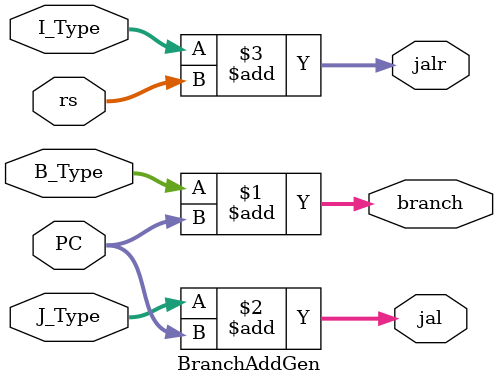
<source format=sv>
`timescale 1ns / 1ps

module BranchAddGen(
    input [31:0] B_Type,
    input [31:0] J_Type,
    input [31:0] I_Type,
    input [31:0] PC,
    input [31:0] rs,
    output [31:0] branch,
    output [31:0]jal,
    output [31:0] jalr
    );
    
    assign branch = B_Type + PC; //adds the 'branch-to' value to the Program Count
    assign jal = J_Type + PC; //adds 'jump-to' value to the Program Count
    assign jalr = I_Type + rs; //adds the value in the source register 
                                //to the I-type immediate
endmodule

</source>
